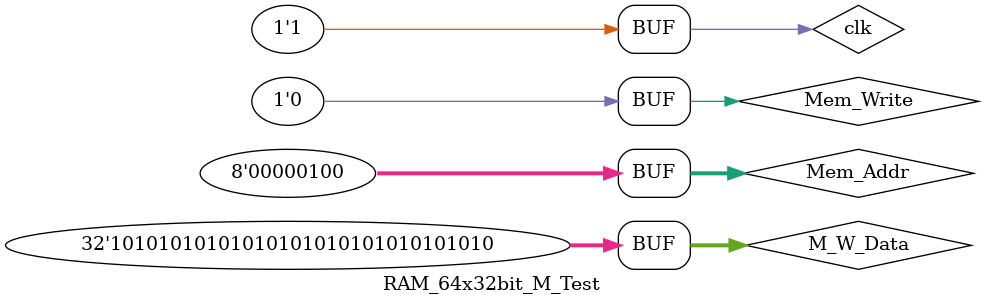
<source format=v>
`timescale 1ns / 1ps


module RAM_64x32bit_M_Test;

	// Inputs
	reg clk;
	reg Mem_Write;
	reg [7:0] Mem_Addr;
	reg [31:0] M_W_Data;

	// Outputs
	wire [31:0] M_R_Data;

	// Instantiate the Unit Under Test (UUT)
	RAM_64x32bit_M uut (
		.clk(clk), 
		.Mem_Write(Mem_Write), 
		.Mem_Addr(Mem_Addr), 
		.M_W_Data(M_W_Data), 
		.M_R_Data(M_R_Data)
	);

	initial begin
		// Initialize Inputs
		clk = 0;
		Mem_Write = 1;//Ð´
		Mem_Addr = 8'b0000_0000;//¶Á0ºÅ¼Ä´æÆ÷
		M_W_Data = 32'hAAAA_AAAA;
		#100;
		clk=1;//clkÉÏÉý
		//Mem_Write = 1;//WriteÉÏÉý£¬Ð´Èë0ºÅ¼Ä´æÆ÷
		Mem_Addr = 8'b0000_0000;//²âÊÔµÍÎ»ÎÞÐ§
		#100;
		clk=0;//clkÏÂ½µ
		#100;
		clk=1;//clkÉÏÉý£¬Ð´ÈëµÄ¶ÁÈ¡ÉúÐ§
		#100;
		clk=0;//clkÏÂ½µ
		Mem_Write = 0;//WriteÏÂ½µ
		Mem_Addr = 8'b0000_0100;//¶Á1ºÅ¼Ä´æÆ÷
		#100;
		clk=1;//clkÉÏÉý
		#100;
	end
      
endmodule


</source>
